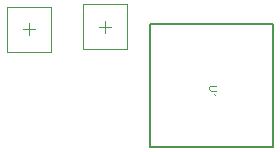
<source format=gbr>
%TF.GenerationSoftware,Altium Limited,Altium Designer,20.2.4 (192)*%
G04 Layer_Color=16711935*
%FSLAX45Y45*%
%MOMM*%
%TF.SameCoordinates,538F140D-ADF5-4649-B7F1-A5983F3DD12E*%
%TF.FilePolarity,Positive*%
%TF.FileFunction,Other,Top_Assembly*%
%TF.Part,Single*%
G01*
G75*
%TA.AperFunction,NonConductor*%
%ADD61C,0.20000*%
%ADD64C,0.10000*%
%ADD86C,0.05000*%
G36*
X2796287Y4591500D02*
X2759326D01*
X2759248D01*
X2758936D01*
X2758546D01*
X2758000D01*
X2757298Y4591422D01*
X2756441D01*
X2755583Y4591344D01*
X2754647D01*
X2752620Y4591110D01*
X2750592Y4590877D01*
X2748643Y4590487D01*
X2747785Y4590253D01*
X2747005Y4590019D01*
X2746927D01*
X2746849Y4589941D01*
X2746381Y4589707D01*
X2745602Y4589317D01*
X2744744Y4588771D01*
X2743808Y4588069D01*
X2742794Y4587134D01*
X2741781Y4586042D01*
X2740923Y4584716D01*
Y4584638D01*
X2740845Y4584560D01*
X2740767Y4584326D01*
X2740611Y4584014D01*
X2740221Y4583235D01*
X2739909Y4582143D01*
X2739519Y4580739D01*
X2739129Y4579180D01*
X2738895Y4577386D01*
X2738817Y4575437D01*
Y4574579D01*
X2738895Y4573877D01*
X2738973Y4573176D01*
X2739051Y4572240D01*
X2739207Y4571304D01*
X2739363Y4570290D01*
X2739831Y4568029D01*
X2740611Y4565846D01*
X2741079Y4564832D01*
X2741625Y4563818D01*
X2742326Y4562882D01*
X2743028Y4562103D01*
X2743106Y4562025D01*
X2743262Y4561947D01*
X2743496Y4561713D01*
X2743886Y4561479D01*
X2744354Y4561167D01*
X2744978Y4560855D01*
X2745758Y4560465D01*
X2746615Y4560075D01*
X2747707Y4559763D01*
X2748877Y4559373D01*
X2750202Y4559061D01*
X2751684Y4558750D01*
X2753321Y4558516D01*
X2755193Y4558282D01*
X2757142Y4558204D01*
X2759326Y4558126D01*
X2796287D01*
Y4549626D01*
X2759248D01*
X2759170D01*
X2758858D01*
X2758312D01*
X2757688D01*
X2756830Y4549704D01*
X2755895D01*
X2754803Y4549782D01*
X2753711Y4549938D01*
X2751216Y4550172D01*
X2748721Y4550562D01*
X2746147Y4551108D01*
X2744978Y4551498D01*
X2743886Y4551888D01*
X2743808D01*
X2743652Y4551965D01*
X2743340Y4552121D01*
X2742950Y4552277D01*
X2742482Y4552589D01*
X2741937Y4552901D01*
X2740611Y4553681D01*
X2739207Y4554773D01*
X2737648Y4556098D01*
X2736868Y4556956D01*
X2736088Y4557814D01*
X2735386Y4558750D01*
X2734685Y4559763D01*
Y4559841D01*
X2734529Y4559997D01*
X2734373Y4560309D01*
X2734139Y4560777D01*
X2733905Y4561401D01*
X2733593Y4562025D01*
X2733281Y4562882D01*
X2732969Y4563740D01*
X2732579Y4564754D01*
X2732267Y4565924D01*
X2731955Y4567171D01*
X2731721Y4568497D01*
X2731488Y4569900D01*
X2731332Y4571460D01*
X2731254Y4573020D01*
X2731176Y4574735D01*
Y4575593D01*
X2731254Y4576217D01*
Y4576996D01*
X2731332Y4577854D01*
X2731410Y4578868D01*
X2731566Y4579960D01*
X2731955Y4582299D01*
X2732423Y4584716D01*
X2733203Y4587212D01*
X2734217Y4589473D01*
Y4589551D01*
X2734373Y4589707D01*
X2734529Y4590019D01*
X2734763Y4590409D01*
X2735153Y4590877D01*
X2735542Y4591422D01*
X2736478Y4592592D01*
X2737804Y4593918D01*
X2739285Y4595321D01*
X2741157Y4596569D01*
X2743184Y4597583D01*
X2743262D01*
X2743496Y4597661D01*
X2743808Y4597817D01*
X2744276Y4597973D01*
X2744900Y4598128D01*
X2745602Y4598362D01*
X2746459Y4598596D01*
X2747395Y4598752D01*
X2748487Y4598986D01*
X2749734Y4599220D01*
X2751060Y4599454D01*
X2752464Y4599610D01*
X2754023Y4599766D01*
X2755661Y4599922D01*
X2757376Y4600000D01*
X2759248D01*
X2796287D01*
Y4591500D01*
D02*
G37*
G36*
X2780458Y4532627D02*
X2780614Y4532393D01*
X2780770Y4532081D01*
X2781004Y4531613D01*
X2781315Y4531067D01*
X2781627Y4530366D01*
X2782095Y4529664D01*
X2782563Y4528806D01*
X2783577Y4527013D01*
X2784902Y4525141D01*
X2786306Y4523114D01*
X2787866Y4521242D01*
X2787944Y4521164D01*
X2788100Y4521008D01*
X2788334Y4520774D01*
X2788645Y4520462D01*
X2789503Y4519605D01*
X2790595Y4518513D01*
X2791921Y4517421D01*
X2793402Y4516252D01*
X2794962Y4515160D01*
X2796521Y4514302D01*
Y4509156D01*
X2732267D01*
Y4517031D01*
X2782329D01*
X2782173Y4517187D01*
X2781861Y4517577D01*
X2781315Y4518201D01*
X2780614Y4519059D01*
X2779834Y4520150D01*
X2778898Y4521398D01*
X2777884Y4522880D01*
X2776871Y4524517D01*
Y4524595D01*
X2776715Y4524751D01*
X2776637Y4524985D01*
X2776403Y4525297D01*
X2775935Y4526155D01*
X2775311Y4527246D01*
X2774687Y4528572D01*
X2773986Y4529898D01*
X2773362Y4531301D01*
X2772816Y4532705D01*
X2780458D01*
Y4532627D01*
D02*
G37*
D61*
X3270311Y4079687D02*
Y5120310D01*
X2229693Y4079687D02*
X3270311D01*
X2229693D02*
Y5120310D01*
X3270311D01*
D64*
X1205001Y5027498D02*
Y5127498D01*
X1155004Y5077501D02*
X1255004D01*
X1799996Y5100005D02*
X1899996D01*
X1849999Y5050003D02*
Y5150002D01*
D86*
X1020003Y5270002D02*
X1390005D01*
X1020003Y4884999D02*
X1390005D01*
Y5270002D01*
X1020003Y4884999D02*
Y5270002D01*
X1664995Y4907504D02*
Y5292507D01*
X2034997Y4907504D02*
Y5292507D01*
X1664995Y4907504D02*
X2034997D01*
X1664995Y5292507D02*
X2034997D01*
%TF.MD5,f2700ab16e489d86d9356ff80a55441d*%
M02*

</source>
